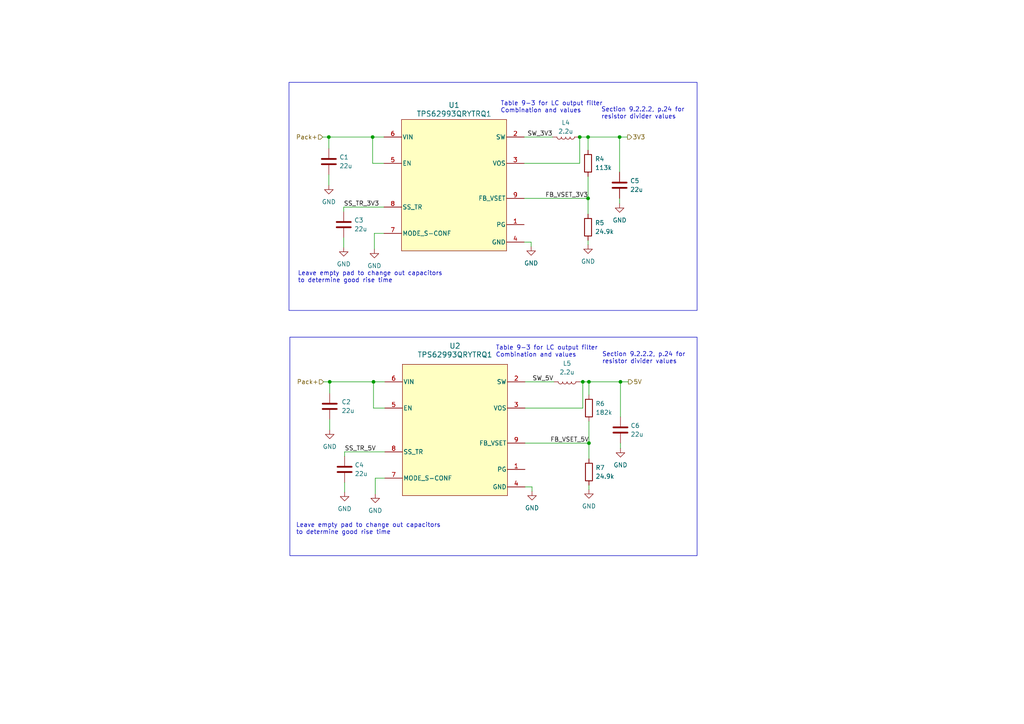
<source format=kicad_sch>
(kicad_sch (version 20230121) (generator eeschema)
  (paper "A4")
  (lib_symbols
    (symbol "Device:C" (pin_numbers hide) (pin_names (offset 0.254))
      (property "Reference" "C" (at 0.635 2.54 0))
      (property "Value" "C" (at 0.635 -2.54 0))
      (symbol "C_0_1"
        (polyline (pts (xy -2.032 -0.762) (xy 2.032 -0.762)) (stroke (width 0.508)))
        (polyline (pts (xy -2.032 0.762) (xy 2.032 0.762)) (stroke (width 0.508)))
      )
      (symbol "C_1_1"
        (pin passive line (at 0 3.81 270) (length 2.794) (name "~") (number "1"))
        (pin passive line (at 0 -3.81 90) (length 2.794) (name "~") (number "2"))
      )
    )
    (symbol "Device:L" (pin_numbers hide) (pin_names (offset 1.016) hide)
      (property "Reference" "L" (at -1.27 0 90))
      (property "Value" "L" (at 1.905 0 90))
      (symbol "L_0_1"
        (arc (start 0 -2.54) (mid 0.6323 -1.905) (end 0 -1.27))
        (arc (start 0 -1.27) (mid 0.6323 -0.635) (end 0 0))
        (arc (start 0 0) (mid 0.6323 0.635) (end 0 1.27))
        (arc (start 0 1.27) (mid 0.6323 1.905) (end 0 2.54))
      )
      (symbol "L_1_1"
        (pin passive line (at 0 3.81 270) (length 1.27) (name "1") (number "1"))
        (pin passive line (at 0 -3.81 90) (length 1.27) (name "2") (number "2"))
      )
    )
    (symbol "Device:R" (pin_numbers hide) (pin_names (offset 0))
      (property "Reference" "R" (at 2.032 0 90))
      (property "Value" "R" (at 0 0 90))
      (symbol "R_0_1"
        (rectangle (start -1.016 -2.54) (end 1.016 2.54) (stroke (width 0.254)))
      )
      (symbol "R_1_1"
        (pin passive line (at 0 3.81 270) (length 1.27) (name "~") (number "1"))
        (pin passive line (at 0 -3.81 90) (length 1.27) (name "~") (number "2"))
      )
    )
    (symbol "SmallSat-Peripherals-Board:TPS62993QRYTRQ1" (pin_names (offset 0.254))
      (property "Reference" "U" (at 0 2.54 0))
      (property "Value" "TPS62993QRYTRQ1" (at 0 0 0))
      (symbol "TPS62993QRYTRQ1_0_1"
        (pin open_collector line (at 40.64 -25.4 180) (length 5.08) (name "PG") (number "1"))
        (pin unspecified line (at 40.64 0 180) (length 5.08) (name "SW") (number "2"))
        (pin unspecified line (at 40.64 -7.62 180) (length 5.08) (name "VOS") (number "3"))
        (pin power_in line (at 40.64 -30.48 180) (length 5.08) (name "GND") (number "4"))
        (pin input line (at 0 -7.62 0) (length 5.08) (name "EN") (number "5"))
        (pin power_in line (at 0 0 0) (length 5.08) (name "VIN") (number "6"))
        (pin input line (at 0 -27.94 0) (length 5.08) (name "MODE_S-CONF") (number "7"))
        (pin unspecified line (at 0 -20.32 0) (length 5.08) (name "SS_TR") (number "8"))
        (pin unspecified line (at 40.64 -17.78 180) (length 5.08) (name "FB_VSET") (number "9"))
      )
      (symbol "TPS62993QRYTRQ1_1_1"
        (rectangle (start 5.08 5.08) (end 35.56 -33.02) (fill (type background)))
      )
    )
    (symbol "power:GND" (power) (pin_names (offset 0))
      (property "Value" "GND" (at 0 -3.81 0))
      (symbol "GND_0_1"
        (polyline (pts (xy 0 0) (xy 0 -1.27) (xy 1.27 -1.27) (xy 0 -2.54) (xy -1.27 -1.27) (xy 0 -1.27)))
      )
      (symbol "GND_1_1"
        (pin power_in line (at 0 0 270) (length 0) hide (name "GND") (number "1"))
      )
    )
  )
  (junction (at 95.377 39.751))
  (junction (at 108.331 110.744))
  (junction (at 95.631 110.744))
  (junction (at 179.705 39.751))
  (junction (at 168.148 39.751))
  (junction (at 170.815 110.744))
  (junction (at 108.077 39.751))
  (junction (at 169.037 110.744))
  (junction (at 179.959 110.744))
  (junction (at 170.815 128.524))
  (junction (at 170.561 39.751))
  (junction (at 170.561 57.531))
  (wire (pts (xy 170.561 51.181) (xy 170.561 57.531)))
  (wire (pts (xy 152.019 47.371) (xy 168.148 47.371)))
  (wire (pts (xy 99.695 60.071) (xy 99.695 61.341)))
  (wire (pts (xy 152.019 70.231) (xy 154.051 70.231)))
  (wire (pts (xy 179.705 39.751) (xy 179.705 49.911)))
  (wire (pts (xy 170.815 140.716) (xy 170.815 141.986)))
  (wire (pts (xy 179.705 57.531) (xy 179.705 59.055)))
  (wire (pts (xy 111.633 131.064) (xy 99.949 131.064)))
  (wire (pts (xy 152.273 110.744) (xy 160.655 110.744)))
  (wire (pts (xy 170.815 122.174) (xy 170.815 128.524)))
  (wire (pts (xy 111.633 110.744) (xy 108.331 110.744)))
  (wire (pts (xy 154.305 141.224) (xy 154.305 142.494)))
  (wire (pts (xy 170.561 39.751) (xy 179.705 39.751)))
  (wire (pts (xy 152.273 141.224) (xy 154.305 141.224)))
  (wire (pts (xy 108.331 110.744) (xy 95.631 110.744)))
  (wire (pts (xy 152.019 57.531) (xy 170.561 57.531)))
  (wire (pts (xy 169.037 118.364) (xy 152.273 118.364)))
  (wire (pts (xy 95.631 110.744) (xy 93.853 110.744)))
  (wire (pts (xy 99.949 139.954) (xy 99.949 142.748)))
  (wire (pts (xy 170.561 57.531) (xy 170.561 62.103)))
  (wire (pts (xy 168.275 110.744) (xy 169.037 110.744)))
  (wire (pts (xy 111.379 39.751) (xy 108.077 39.751)))
  (wire (pts (xy 95.631 121.666) (xy 95.631 124.714)))
  (wire (pts (xy 108.077 47.371) (xy 108.077 39.751)))
  (wire (pts (xy 111.633 118.364) (xy 108.331 118.364)))
  (wire (pts (xy 108.839 138.684) (xy 108.839 143.256)))
  (wire (pts (xy 179.959 110.744) (xy 179.959 120.904)))
  (wire (pts (xy 170.815 110.744) (xy 170.815 114.554)))
  (wire (pts (xy 152.019 39.751) (xy 160.274 39.751)))
  (wire (pts (xy 99.695 68.961) (xy 99.695 71.755)))
  (wire (pts (xy 95.377 50.673) (xy 95.377 53.721)))
  (wire (pts (xy 170.815 128.524) (xy 170.815 133.096)))
  (wire (pts (xy 111.633 138.684) (xy 108.839 138.684)))
  (wire (pts (xy 154.051 70.231) (xy 154.051 71.501)))
  (wire (pts (xy 95.377 39.751) (xy 93.599 39.751)))
  (wire (pts (xy 111.379 60.071) (xy 99.695 60.071)))
  (wire (pts (xy 169.037 110.744) (xy 170.815 110.744)))
  (wire (pts (xy 168.148 47.371) (xy 168.148 39.751)))
  (wire (pts (xy 179.959 110.744) (xy 182.245 110.744)))
  (wire (pts (xy 179.959 128.524) (xy 179.959 130.048)))
  (wire (pts (xy 99.949 131.064) (xy 99.949 132.334)))
  (wire (pts (xy 179.705 39.751) (xy 181.991 39.751)))
  (wire (pts (xy 169.037 110.744) (xy 169.037 118.364)))
  (wire (pts (xy 168.148 39.751) (xy 170.561 39.751)))
  (wire (pts (xy 108.585 67.691) (xy 108.585 72.263)))
  (wire (pts (xy 170.815 110.744) (xy 179.959 110.744)))
  (wire (pts (xy 108.331 118.364) (xy 108.331 110.744)))
  (wire (pts (xy 152.273 128.524) (xy 170.815 128.524)))
  (wire (pts (xy 111.379 67.691) (xy 108.585 67.691)))
  (wire (pts (xy 95.631 110.744) (xy 95.631 114.046)))
  (wire (pts (xy 111.379 47.371) (xy 108.077 47.371)))
  (wire (pts (xy 167.894 39.751) (xy 168.148 39.751)))
  (wire (pts (xy 95.377 39.751) (xy 95.377 43.053)))
  (wire (pts (xy 170.561 69.723) (xy 170.561 70.993)))
  (wire (pts (xy 108.077 39.751) (xy 95.377 39.751)))
  (wire (pts (xy 170.561 39.751) (xy 170.561 43.561)))
  (rectangle (start 83.82 23.876) (end 202.184 90.043))
  (rectangle (start 84.074 97.79) (end 202.184 161.163))
  (text "Leave empty pad to change out capacitors\nto determine good rise time" (at 85.852 155.194 0) (effects (font (size 1.27 1.27)) (justify left bottom)))
  (text "Section 9.2.2.2, p.24 for \nresistor divider values\n" (at 174.625 105.664 0) (effects (font (size 1.27 1.27)) (justify left bottom)))
  (text "Table 9-3 for LC output filter\nCombination and values" (at 145.161 32.893 0) (effects (font (size 1.27 1.27)) (justify left bottom)))
  (text "Leave empty pad to change out capacitors\nto determine good rise time" (at 86.36 82.169 0) (effects (font (size 1.27 1.27)) (justify left bottom)))
  (text "Table 9-3 for LC output filter\nCombination and values" (at 143.764 103.759 0) (effects (font (size 1.27 1.27)) (justify left bottom)))
  (text "Section 9.2.2.2, p.24 for \nresistor divider values\n" (at 174.371 34.671 0) (effects (font (size 1.27 1.27)) (justify left bottom)))
  (label "SS_TR_5V" (at 99.949 131.064 0))
  (label "SS_TR_3V3" (at 99.695 60.071 0))
  (label "SW_5V" (at 160.528 110.744 180))
  (label "FB_VSET_5V" (at 170.815 128.524 180))
  (label "SW_3V3" (at 160.274 39.751 180))
  (label "FB_VSET_3V3" (at 170.561 57.531 180))
  (hierarchical_label "Pack+" (shape input) (at 93.599 39.751 180))
  (hierarchical_label "5V" (shape output) (at 182.245 110.744 0))
  (hierarchical_label "Pack+" (shape input) (at 93.853 110.744 180))
  (hierarchical_label "3V3" (shape output) (at 181.991 39.751 0))
  (symbol (lib_id "SmallSat-Peripherals-Board:TPS62993QRYTRQ1") (at 111.633 110.744 0) (unit 1)
    (property "Reference" "U2" (at 131.953 100.33 0) (effects (font (size 1.524 1.524))))
    (property "Value" "TPS62993QRYTRQ1" (at 131.953 102.87 0) (effects (font (size 1.524 1.524))))
    (property "Footprint" "Peripheral_Footprints_Rev1:TPS62993-Q1" (effects hide))
    (property "Datasheet" "https://www.ti.com/lit/ds/symlink/tps62993-q1.pdf?ts=1708291518499&ref_url=https%253A%252F%252Fwww.ti.com%252Fproduct%252FTPS62993-Q1" (effects hide))
  )
  (symbol (lib_id "power:GND") (at 108.839 143.256 0) (unit 1)
    (property "Reference" "#PWR07" (effects hide))
    (property "Value" "GND" (at 108.839 148.082 0))
  )
  (symbol (lib_id "SmallSat-Peripherals-Board:TPS62993QRYTRQ1") (at 111.379 39.751 0) (unit 1)
    (property "Reference" "U1" (at 131.699 30.48 0) (effects (font (size 1.524 1.524))))
    (property "Value" "TPS62993QRYTRQ1" (at 131.699 33.02 0) (effects (font (size 1.524 1.524))))
    (property "Footprint" "Peripheral_Footprints_Rev1:TPS62993-Q1" (effects hide))
    (property "Datasheet" "https://www.ti.com/lit/ds/symlink/tps62993-q1.pdf?ts=1708291518499&ref_url=https%253A%252F%252Fwww.ti.com%252Fproduct%252FTPS62993-Q1" (effects hide))
  )
  (symbol (lib_id "power:GND") (at 170.561 70.993 0) (unit 1)
    (property "Reference" "#PWR010" (effects hide))
    (property "Value" "GND" (at 170.561 75.819 0))
  )
  (symbol (lib_id "Device:R") (at 170.561 47.371 0) (unit 1)
    (property "Reference" "R4" (at 172.593 46.1009 0) (effects (justify left)))
    (property "Value" "113k" (at 172.593 48.6409 0) (effects (justify left)))
    (property "Footprint" "Resistor_SMD:R_0402_1005Metric" (effects hide))
  )
  (symbol (lib_id "Device:C") (at 99.695 65.151 0) (unit 1)
    (property "Reference" "C3" (at 102.743 63.8809 0) (effects (justify left)))
    (property "Value" "22u" (at 102.743 66.4209 0) (effects (justify left)))
    (property "Footprint" "Capacitor_SMD:C_0402_1005Metric" (effects hide))
  )
  (symbol (lib_id "power:GND") (at 154.305 142.494 0) (unit 1)
    (property "Reference" "#PWR09" (effects hide))
    (property "Value" "GND" (at 154.305 147.32 0))
  )
  (symbol (lib_id "power:GND") (at 99.949 142.748 0) (unit 1)
    (property "Reference" "#PWR05" (effects hide))
    (property "Value" "GND" (at 99.949 147.574 0))
  )
  (symbol (lib_id "Device:C") (at 95.377 46.863 0) (unit 1)
    (property "Reference" "C1" (at 98.425 45.5929 0) (effects (justify left)))
    (property "Value" "22u" (at 98.425 48.1329 0) (effects (justify left)))
    (property "Footprint" "Capacitor_SMD:C_0402_1005Metric" (effects hide))
  )
  (symbol (lib_id "Device:R") (at 170.815 118.364 0) (unit 1)
    (property "Reference" "R6" (at 172.72 117.094 0) (effects (justify left)))
    (property "Value" "182k" (at 172.72 119.634 0) (effects (justify left)))
    (property "Footprint" "Resistor_SMD:R_0402_1005Metric" (effects hide))
  )
  (symbol (lib_id "Device:R") (at 170.561 65.913 0) (unit 1)
    (property "Reference" "R5" (at 172.593 64.6429 0) (effects (justify left)))
    (property "Value" "24.9k" (at 172.593 67.1829 0) (effects (justify left)))
    (property "Footprint" "Resistor_SMD:R_0402_1005Metric" (effects hide))
  )
  (symbol (lib_id "power:GND") (at 170.815 141.986 0) (unit 1)
    (property "Reference" "#PWR011" (effects hide))
    (property "Value" "GND" (at 170.815 146.812 0))
  )
  (symbol (lib_id "power:GND") (at 108.585 72.263 0) (unit 1)
    (property "Reference" "#PWR06" (effects hide))
    (property "Value" "GND" (at 108.585 77.089 0))
  )
  (symbol (lib_id "Device:L") (at 164.465 110.744 270) (unit 1)
    (property "Reference" "L5" (at 164.465 105.41 90))
    (property "Value" "2.2u" (at 164.465 107.95 90))
    (property "Footprint" "Inductor_SMD:L_1210_3225Metric" (effects hide))
  )
  (symbol (lib_id "Device:C") (at 95.631 117.856 0) (unit 1)
    (property "Reference" "C2" (at 99.06 116.586 0) (effects (justify left)))
    (property "Value" "22u" (at 99.06 119.126 0) (effects (justify left)))
    (property "Footprint" "Capacitor_SMD:C_0402_1005Metric" (effects hide))
  )
  (symbol (lib_id "Device:C") (at 179.705 53.721 0) (unit 1)
    (property "Reference" "C5" (at 182.753 52.4509 0) (effects (justify left)))
    (property "Value" "22u" (at 182.753 54.9909 0) (effects (justify left)))
    (property "Footprint" "Capacitor_SMD:C_0402_1005Metric" (effects hide))
  )
  (symbol (lib_id "Device:C") (at 179.959 124.714 0) (unit 1)
    (property "Reference" "C6" (at 182.88 123.444 0) (effects (justify left)))
    (property "Value" "22u" (at 182.88 125.984 0) (effects (justify left)))
    (property "Footprint" "Capacitor_SMD:C_0402_1005Metric" (effects hide))
  )
  (symbol (lib_id "power:GND") (at 99.695 71.755 0) (unit 1)
    (property "Reference" "#PWR04" (effects hide))
    (property "Value" "GND" (at 99.695 76.581 0))
  )
  (symbol (lib_id "power:GND") (at 154.051 71.501 0) (unit 1)
    (property "Reference" "#PWR08" (effects hide))
    (property "Value" "GND" (at 154.051 76.327 0))
  )
  (symbol (lib_id "power:GND") (at 95.377 53.721 0) (unit 1)
    (property "Reference" "#PWR02" (effects hide))
    (property "Value" "GND" (at 95.377 58.547 0))
  )
  (symbol (lib_id "power:GND") (at 95.631 124.714 0) (unit 1)
    (property "Reference" "#PWR03" (effects hide))
    (property "Value" "GND" (at 95.631 129.54 0))
  )
  (symbol (lib_id "power:GND") (at 179.959 130.048 0) (unit 1)
    (property "Reference" "#PWR013" (effects hide))
    (property "Value" "GND" (at 179.959 134.874 0))
  )
  (symbol (lib_id "Device:R") (at 170.815 136.906 0) (unit 1)
    (property "Reference" "R7" (at 172.72 135.636 0) (effects (justify left)))
    (property "Value" "24.9k" (at 172.72 138.176 0) (effects (justify left)))
    (property "Footprint" "Resistor_SMD:R_0402_1005Metric" (effects hide))
  )
  (symbol (lib_id "Device:C") (at 99.949 136.144 0) (unit 1)
    (property "Reference" "C4" (at 102.87 134.874 0) (effects (justify left)))
    (property "Value" "22u" (at 102.87 137.414 0) (effects (justify left)))
    (property "Footprint" "Capacitor_SMD:C_0402_1005Metric" (effects hide))
  )
  (symbol (lib_id "power:GND") (at 179.705 59.055 0) (unit 1)
    (property "Reference" "#PWR012" (effects hide))
    (property "Value" "GND" (at 179.705 63.881 0))
  )
  (symbol (lib_id "Device:L") (at 164.084 39.751 270) (unit 1)
    (property "Reference" "L4" (at 164.084 35.56 90))
    (property "Value" "2.2u" (at 164.084 38.1 90))
    (property "Footprint" "Inductor_SMD:L_1210_3225Metric" (effects hide))
  )
)
</source>
